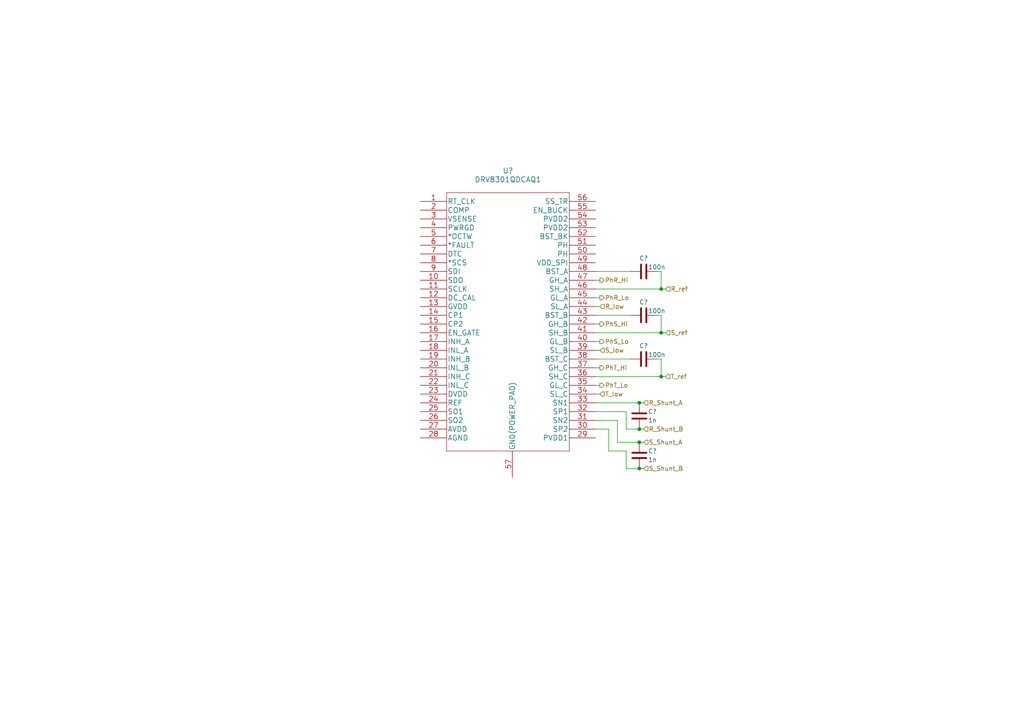
<source format=kicad_sch>
(kicad_sch (version 20211123) (generator eeschema)

  (uuid 06755332-f525-4bf0-908f-5981f2040306)

  (paper "A4")

  (title_block
    (date "2023-02-12")
    (rev "v1")
    (comment 1 "Lecturer: Prof. Hacı Bodur")
    (comment 2 "Electrical Engineering course in Yildiz Technical University")
    (comment 3 "This design is for ELM4000 class which is graduation project on")
    (comment 4 "Author: Yunus Emre AYAN")
  )

  (lib_symbols
    (symbol "Device:C" (pin_numbers hide) (pin_names (offset 0.254)) (in_bom yes) (on_board yes)
      (property "Reference" "C" (id 0) (at 0.635 2.54 0)
        (effects (font (size 1.27 1.27)) (justify left))
      )
      (property "Value" "C" (id 1) (at 0.635 -2.54 0)
        (effects (font (size 1.27 1.27)) (justify left))
      )
      (property "Footprint" "" (id 2) (at 0.9652 -3.81 0)
        (effects (font (size 1.27 1.27)) hide)
      )
      (property "Datasheet" "~" (id 3) (at 0 0 0)
        (effects (font (size 1.27 1.27)) hide)
      )
      (property "ki_keywords" "cap capacitor" (id 4) (at 0 0 0)
        (effects (font (size 1.27 1.27)) hide)
      )
      (property "ki_description" "Unpolarized capacitor" (id 5) (at 0 0 0)
        (effects (font (size 1.27 1.27)) hide)
      )
      (property "ki_fp_filters" "C_*" (id 6) (at 0 0 0)
        (effects (font (size 1.27 1.27)) hide)
      )
      (symbol "C_0_1"
        (polyline
          (pts
            (xy -2.032 -0.762)
            (xy 2.032 -0.762)
          )
          (stroke (width 0.508) (type default) (color 0 0 0 0))
          (fill (type none))
        )
        (polyline
          (pts
            (xy -2.032 0.762)
            (xy 2.032 0.762)
          )
          (stroke (width 0.508) (type default) (color 0 0 0 0))
          (fill (type none))
        )
      )
      (symbol "C_1_1"
        (pin passive line (at 0 3.81 270) (length 2.794)
          (name "~" (effects (font (size 1.27 1.27))))
          (number "1" (effects (font (size 1.27 1.27))))
        )
        (pin passive line (at 0 -3.81 90) (length 2.794)
          (name "~" (effects (font (size 1.27 1.27))))
          (number "2" (effects (font (size 1.27 1.27))))
        )
      )
    )
    (symbol "drv8301qdcaq1:DRV8301QDCAQ1" (pin_names (offset 0.254)) (in_bom yes) (on_board yes)
      (property "Reference" "U?" (id 0) (at 25.4 8.89 0)
        (effects (font (size 1.524 1.524)))
      )
      (property "Value" "DRV8301QDCAQ1" (id 1) (at 25.4 6.35 0)
        (effects (font (size 1.524 1.524)))
      )
      (property "Footprint" "DCA56_6P35X3P61_TEX" (id 2) (at 25.4 3.81 0)
        (effects (font (size 1.524 1.524)) hide)
      )
      (property "Datasheet" "" (id 3) (at 0 0 0)
        (effects (font (size 1.524 1.524)))
      )
      (property "ki_locked" "" (id 4) (at 0 0 0)
        (effects (font (size 1.27 1.27)))
      )
      (property "ki_fp_filters" "DCA56_6P35X3P61_TEX DCA56_6P35X3P61_TEX-M DCA56_6P35X3P61_TEX-L" (id 5) (at 0 0 0)
        (effects (font (size 1.27 1.27)) hide)
      )
      (symbol "DRV8301QDCAQ1_1_1"
        (polyline
          (pts
            (xy 7.62 -72.39)
            (xy 43.18 -72.39)
          )
          (stroke (width 0.127) (type default) (color 0 0 0 0))
          (fill (type none))
        )
        (polyline
          (pts
            (xy 7.62 2.54)
            (xy 7.62 -72.39)
          )
          (stroke (width 0.127) (type default) (color 0 0 0 0))
          (fill (type none))
        )
        (polyline
          (pts
            (xy 43.18 -72.39)
            (xy 43.18 2.54)
          )
          (stroke (width 0.127) (type default) (color 0 0 0 0))
          (fill (type none))
        )
        (polyline
          (pts
            (xy 43.18 2.54)
            (xy 7.62 2.54)
          )
          (stroke (width 0.127) (type default) (color 0 0 0 0))
          (fill (type none))
        )
        (pin input line (at 0 0 0) (length 7.62)
          (name "RT_CLK" (effects (font (size 1.4986 1.4986))))
          (number "1" (effects (font (size 1.4986 1.4986))))
        )
        (pin output line (at 0 -22.86 0) (length 7.62)
          (name "SDO" (effects (font (size 1.4986 1.4986))))
          (number "10" (effects (font (size 1.4986 1.4986))))
        )
        (pin input line (at 0 -25.4 0) (length 7.62)
          (name "SCLK" (effects (font (size 1.4986 1.4986))))
          (number "11" (effects (font (size 1.4986 1.4986))))
        )
        (pin input line (at 0 -27.94 0) (length 7.62)
          (name "DC_CAL" (effects (font (size 1.4986 1.4986))))
          (number "12" (effects (font (size 1.4986 1.4986))))
        )
        (pin power_in line (at 0 -30.48 0) (length 7.62)
          (name "GVDD" (effects (font (size 1.4986 1.4986))))
          (number "13" (effects (font (size 1.4986 1.4986))))
        )
        (pin power_in line (at 0 -33.02 0) (length 7.62)
          (name "CP1" (effects (font (size 1.4986 1.4986))))
          (number "14" (effects (font (size 1.4986 1.4986))))
        )
        (pin power_in line (at 0 -35.56 0) (length 7.62)
          (name "CP2" (effects (font (size 1.4986 1.4986))))
          (number "15" (effects (font (size 1.4986 1.4986))))
        )
        (pin input line (at 0 -38.1 0) (length 7.62)
          (name "EN_GATE" (effects (font (size 1.4986 1.4986))))
          (number "16" (effects (font (size 1.4986 1.4986))))
        )
        (pin input line (at 0 -40.64 0) (length 7.62)
          (name "INH_A" (effects (font (size 1.4986 1.4986))))
          (number "17" (effects (font (size 1.4986 1.4986))))
        )
        (pin input line (at 0 -43.18 0) (length 7.62)
          (name "INL_A" (effects (font (size 1.4986 1.4986))))
          (number "18" (effects (font (size 1.4986 1.4986))))
        )
        (pin input line (at 0 -45.72 0) (length 7.62)
          (name "INH_B" (effects (font (size 1.4986 1.4986))))
          (number "19" (effects (font (size 1.4986 1.4986))))
        )
        (pin output line (at 0 -2.54 0) (length 7.62)
          (name "COMP" (effects (font (size 1.4986 1.4986))))
          (number "2" (effects (font (size 1.4986 1.4986))))
        )
        (pin input line (at 0 -48.26 0) (length 7.62)
          (name "INL_B" (effects (font (size 1.4986 1.4986))))
          (number "20" (effects (font (size 1.4986 1.4986))))
        )
        (pin input line (at 0 -50.8 0) (length 7.62)
          (name "INH_C" (effects (font (size 1.4986 1.4986))))
          (number "21" (effects (font (size 1.4986 1.4986))))
        )
        (pin input line (at 0 -53.34 0) (length 7.62)
          (name "INL_C" (effects (font (size 1.4986 1.4986))))
          (number "22" (effects (font (size 1.4986 1.4986))))
        )
        (pin power_in line (at 0 -55.88 0) (length 7.62)
          (name "DVDD" (effects (font (size 1.4986 1.4986))))
          (number "23" (effects (font (size 1.4986 1.4986))))
        )
        (pin input line (at 0 -58.42 0) (length 7.62)
          (name "REF" (effects (font (size 1.4986 1.4986))))
          (number "24" (effects (font (size 1.4986 1.4986))))
        )
        (pin output line (at 0 -60.96 0) (length 7.62)
          (name "SO1" (effects (font (size 1.4986 1.4986))))
          (number "25" (effects (font (size 1.4986 1.4986))))
        )
        (pin output line (at 0 -63.5 0) (length 7.62)
          (name "SO2" (effects (font (size 1.4986 1.4986))))
          (number "26" (effects (font (size 1.4986 1.4986))))
        )
        (pin power_in line (at 0 -66.04 0) (length 7.62)
          (name "AVDD" (effects (font (size 1.4986 1.4986))))
          (number "27" (effects (font (size 1.4986 1.4986))))
        )
        (pin power_in line (at 0 -68.58 0) (length 7.62)
          (name "AGND" (effects (font (size 1.4986 1.4986))))
          (number "28" (effects (font (size 1.4986 1.4986))))
        )
        (pin power_in line (at 50.8 -68.58 180) (length 7.62)
          (name "PVDD1" (effects (font (size 1.4986 1.4986))))
          (number "29" (effects (font (size 1.4986 1.4986))))
        )
        (pin input line (at 0 -5.08 0) (length 7.62)
          (name "VSENSE" (effects (font (size 1.4986 1.4986))))
          (number "3" (effects (font (size 1.4986 1.4986))))
        )
        (pin input line (at 50.8 -66.04 180) (length 7.62)
          (name "SP2" (effects (font (size 1.4986 1.4986))))
          (number "30" (effects (font (size 1.4986 1.4986))))
        )
        (pin input line (at 50.8 -63.5 180) (length 7.62)
          (name "SN2" (effects (font (size 1.4986 1.4986))))
          (number "31" (effects (font (size 1.4986 1.4986))))
        )
        (pin input line (at 50.8 -60.96 180) (length 7.62)
          (name "SP1" (effects (font (size 1.4986 1.4986))))
          (number "32" (effects (font (size 1.4986 1.4986))))
        )
        (pin input line (at 50.8 -58.42 180) (length 7.62)
          (name "SN1" (effects (font (size 1.4986 1.4986))))
          (number "33" (effects (font (size 1.4986 1.4986))))
        )
        (pin input line (at 50.8 -55.88 180) (length 7.62)
          (name "SL_C" (effects (font (size 1.4986 1.4986))))
          (number "34" (effects (font (size 1.4986 1.4986))))
        )
        (pin output line (at 50.8 -53.34 180) (length 7.62)
          (name "GL_C" (effects (font (size 1.4986 1.4986))))
          (number "35" (effects (font (size 1.4986 1.4986))))
        )
        (pin input line (at 50.8 -50.8 180) (length 7.62)
          (name "SH_C" (effects (font (size 1.4986 1.4986))))
          (number "36" (effects (font (size 1.4986 1.4986))))
        )
        (pin output line (at 50.8 -48.26 180) (length 7.62)
          (name "GH_C" (effects (font (size 1.4986 1.4986))))
          (number "37" (effects (font (size 1.4986 1.4986))))
        )
        (pin power_in line (at 50.8 -45.72 180) (length 7.62)
          (name "BST_C" (effects (font (size 1.4986 1.4986))))
          (number "38" (effects (font (size 1.4986 1.4986))))
        )
        (pin input line (at 50.8 -43.18 180) (length 7.62)
          (name "SL_B" (effects (font (size 1.4986 1.4986))))
          (number "39" (effects (font (size 1.4986 1.4986))))
        )
        (pin input line (at 0 -7.62 0) (length 7.62)
          (name "PWRGD" (effects (font (size 1.4986 1.4986))))
          (number "4" (effects (font (size 1.4986 1.4986))))
        )
        (pin output line (at 50.8 -40.64 180) (length 7.62)
          (name "GL_B" (effects (font (size 1.4986 1.4986))))
          (number "40" (effects (font (size 1.4986 1.4986))))
        )
        (pin input line (at 50.8 -38.1 180) (length 7.62)
          (name "SH_B" (effects (font (size 1.4986 1.4986))))
          (number "41" (effects (font (size 1.4986 1.4986))))
        )
        (pin output line (at 50.8 -35.56 180) (length 7.62)
          (name "GH_B" (effects (font (size 1.4986 1.4986))))
          (number "42" (effects (font (size 1.4986 1.4986))))
        )
        (pin power_in line (at 50.8 -33.02 180) (length 7.62)
          (name "BST_B" (effects (font (size 1.4986 1.4986))))
          (number "43" (effects (font (size 1.4986 1.4986))))
        )
        (pin input line (at 50.8 -30.48 180) (length 7.62)
          (name "SL_A" (effects (font (size 1.4986 1.4986))))
          (number "44" (effects (font (size 1.4986 1.4986))))
        )
        (pin output line (at 50.8 -27.94 180) (length 7.62)
          (name "GL_A" (effects (font (size 1.4986 1.4986))))
          (number "45" (effects (font (size 1.4986 1.4986))))
        )
        (pin input line (at 50.8 -25.4 180) (length 7.62)
          (name "SH_A" (effects (font (size 1.4986 1.4986))))
          (number "46" (effects (font (size 1.4986 1.4986))))
        )
        (pin output line (at 50.8 -22.86 180) (length 7.62)
          (name "GH_A" (effects (font (size 1.4986 1.4986))))
          (number "47" (effects (font (size 1.4986 1.4986))))
        )
        (pin power_in line (at 50.8 -20.32 180) (length 7.62)
          (name "BST_A" (effects (font (size 1.4986 1.4986))))
          (number "48" (effects (font (size 1.4986 1.4986))))
        )
        (pin input line (at 50.8 -17.78 180) (length 7.62)
          (name "VDD_SPI" (effects (font (size 1.4986 1.4986))))
          (number "49" (effects (font (size 1.4986 1.4986))))
        )
        (pin output line (at 0 -10.16 0) (length 7.62)
          (name "*OCTW" (effects (font (size 1.4986 1.4986))))
          (number "5" (effects (font (size 1.4986 1.4986))))
        )
        (pin output line (at 50.8 -15.24 180) (length 7.62)
          (name "PH" (effects (font (size 1.4986 1.4986))))
          (number "50" (effects (font (size 1.4986 1.4986))))
        )
        (pin output line (at 50.8 -12.7 180) (length 7.62)
          (name "PH" (effects (font (size 1.4986 1.4986))))
          (number "51" (effects (font (size 1.4986 1.4986))))
        )
        (pin power_in line (at 50.8 -10.16 180) (length 7.62)
          (name "BST_BK" (effects (font (size 1.4986 1.4986))))
          (number "52" (effects (font (size 1.4986 1.4986))))
        )
        (pin power_in line (at 50.8 -7.62 180) (length 7.62)
          (name "PVDD2" (effects (font (size 1.4986 1.4986))))
          (number "53" (effects (font (size 1.4986 1.4986))))
        )
        (pin power_in line (at 50.8 -5.08 180) (length 7.62)
          (name "PVDD2" (effects (font (size 1.4986 1.4986))))
          (number "54" (effects (font (size 1.4986 1.4986))))
        )
        (pin input line (at 50.8 -2.54 180) (length 7.62)
          (name "EN_BUCK" (effects (font (size 1.4986 1.4986))))
          (number "55" (effects (font (size 1.4986 1.4986))))
        )
        (pin input line (at 50.8 0 180) (length 7.62)
          (name "SS_TR" (effects (font (size 1.4986 1.4986))))
          (number "56" (effects (font (size 1.4986 1.4986))))
        )
        (pin unspecified line (at 26.67 -80.01 90) (length 7.62)
          (name "GND(POWER_PAD)" (effects (font (size 1.4986 1.4986))))
          (number "57" (effects (font (size 1.4986 1.4986))))
        )
        (pin output line (at 0 -12.7 0) (length 7.62)
          (name "*FAULT" (effects (font (size 1.4986 1.4986))))
          (number "6" (effects (font (size 1.4986 1.4986))))
        )
        (pin input line (at 0 -15.24 0) (length 7.62)
          (name "DTC" (effects (font (size 1.4986 1.4986))))
          (number "7" (effects (font (size 1.4986 1.4986))))
        )
        (pin input line (at 0 -17.78 0) (length 7.62)
          (name "*SCS" (effects (font (size 1.4986 1.4986))))
          (number "8" (effects (font (size 1.4986 1.4986))))
        )
        (pin input line (at 0 -20.32 0) (length 7.62)
          (name "SDI" (effects (font (size 1.4986 1.4986))))
          (number "9" (effects (font (size 1.4986 1.4986))))
        )
      )
    )
  )

  (junction (at 191.77 96.52) (diameter 0) (color 0 0 0 0)
    (uuid 02038f02-7401-4798-9e82-9b0ccb2d1e7d)
  )
  (junction (at 191.77 83.82) (diameter 0) (color 0 0 0 0)
    (uuid 27df9f8b-3000-4a0a-aa45-424351bf2466)
  )
  (junction (at 185.42 124.46) (diameter 0) (color 0 0 0 0)
    (uuid 79749270-ed0e-445d-9745-a2a3c299d7a7)
  )
  (junction (at 185.42 135.89) (diameter 0) (color 0 0 0 0)
    (uuid 9431e7c8-a477-48ad-98ca-31512959cc64)
  )
  (junction (at 191.77 109.22) (diameter 0) (color 0 0 0 0)
    (uuid 9748120f-9a86-4acb-a5ee-627cc812ef66)
  )
  (junction (at 185.42 116.84) (diameter 0) (color 0 0 0 0)
    (uuid a0a4fdc3-4c3b-4eb0-8ac5-a50231e48a1c)
  )
  (junction (at 185.42 128.27) (diameter 0) (color 0 0 0 0)
    (uuid b36f4dc0-410f-4b78-8db0-c2dd8a2c987c)
  )

  (wire (pts (xy 181.61 135.89) (xy 185.42 135.89))
    (stroke (width 0) (type default) (color 0 0 0 0))
    (uuid 0361f7ce-27ed-4403-a4f4-8b5f2f5307ef)
  )
  (wire (pts (xy 181.61 130.81) (xy 181.61 135.89))
    (stroke (width 0) (type default) (color 0 0 0 0))
    (uuid 06a80618-f7a2-49b6-aec9-5edb9db430cb)
  )
  (wire (pts (xy 172.72 124.46) (xy 176.53 124.46))
    (stroke (width 0) (type default) (color 0 0 0 0))
    (uuid 08eba673-b07b-4012-8ba0-69d3f2a9f435)
  )
  (wire (pts (xy 191.77 83.82) (xy 193.04 83.82))
    (stroke (width 0) (type default) (color 0 0 0 0))
    (uuid 0bc2dedc-3244-4569-ae43-6246c20ae205)
  )
  (wire (pts (xy 172.72 81.28) (xy 173.99 81.28))
    (stroke (width 0) (type default) (color 0 0 0 0))
    (uuid 128ca4f1-cfc0-42ee-ae71-529b461213ab)
  )
  (wire (pts (xy 172.72 104.14) (xy 182.88 104.14))
    (stroke (width 0) (type default) (color 0 0 0 0))
    (uuid 15833288-0b9b-463d-9418-2013638c99e5)
  )
  (wire (pts (xy 190.5 78.74) (xy 191.77 78.74))
    (stroke (width 0) (type default) (color 0 0 0 0))
    (uuid 18146b6b-f142-49c6-906a-4c643fcbbc78)
  )
  (wire (pts (xy 172.72 121.92) (xy 179.07 121.92))
    (stroke (width 0) (type default) (color 0 0 0 0))
    (uuid 1f518639-9e2f-443d-a89d-6bceaa1eae5e)
  )
  (wire (pts (xy 172.72 78.74) (xy 182.88 78.74))
    (stroke (width 0) (type default) (color 0 0 0 0))
    (uuid 232a9724-f5a1-4ff4-a7fa-4ae4c5caf895)
  )
  (wire (pts (xy 172.72 106.68) (xy 173.99 106.68))
    (stroke (width 0) (type default) (color 0 0 0 0))
    (uuid 31fccbaf-a6a9-46b8-afac-b89cc68f9d20)
  )
  (wire (pts (xy 191.77 104.14) (xy 191.77 109.22))
    (stroke (width 0) (type default) (color 0 0 0 0))
    (uuid 3f2f0b69-79a4-4641-92cd-ea9fd1a15e07)
  )
  (wire (pts (xy 191.77 96.52) (xy 193.04 96.52))
    (stroke (width 0) (type default) (color 0 0 0 0))
    (uuid 50d73c0d-5e9b-4399-a8c7-6268b42254d7)
  )
  (wire (pts (xy 179.07 121.92) (xy 179.07 128.27))
    (stroke (width 0) (type default) (color 0 0 0 0))
    (uuid 51dd573f-ae6b-4ca0-a808-cfec14248b33)
  )
  (wire (pts (xy 172.72 101.6) (xy 173.99 101.6))
    (stroke (width 0) (type default) (color 0 0 0 0))
    (uuid 5c676c06-2b51-4b78-abc6-2d62474af04d)
  )
  (wire (pts (xy 172.72 88.9) (xy 173.99 88.9))
    (stroke (width 0) (type default) (color 0 0 0 0))
    (uuid 6bca33c9-6fed-408c-a1cf-f88c37e57282)
  )
  (wire (pts (xy 172.72 114.3) (xy 173.99 114.3))
    (stroke (width 0) (type default) (color 0 0 0 0))
    (uuid 7259a568-9a6f-4412-891b-2a520e976689)
  )
  (wire (pts (xy 176.53 124.46) (xy 176.53 130.81))
    (stroke (width 0) (type default) (color 0 0 0 0))
    (uuid 7974cfca-0a9d-4574-8dc3-78f42d71a15c)
  )
  (wire (pts (xy 185.42 128.27) (xy 186.69 128.27))
    (stroke (width 0) (type default) (color 0 0 0 0))
    (uuid 800b99a4-33c6-46a1-944f-c566de61a816)
  )
  (wire (pts (xy 190.5 104.14) (xy 191.77 104.14))
    (stroke (width 0) (type default) (color 0 0 0 0))
    (uuid 8aeae7ee-0c43-4126-bd3b-13bdaecafc67)
  )
  (wire (pts (xy 185.42 116.84) (xy 186.69 116.84))
    (stroke (width 0) (type default) (color 0 0 0 0))
    (uuid 8e8eeedc-a2f9-4f2a-bcdc-39d84f07a935)
  )
  (wire (pts (xy 181.61 124.46) (xy 185.42 124.46))
    (stroke (width 0) (type default) (color 0 0 0 0))
    (uuid 91a86ef2-edb8-4d3f-8f86-f0af3f79723c)
  )
  (wire (pts (xy 179.07 128.27) (xy 185.42 128.27))
    (stroke (width 0) (type default) (color 0 0 0 0))
    (uuid 92c0cb54-ead9-4083-8a73-f14820f89620)
  )
  (wire (pts (xy 172.72 91.44) (xy 182.88 91.44))
    (stroke (width 0) (type default) (color 0 0 0 0))
    (uuid 930824f3-3f55-4a6d-9894-c039e75e6f95)
  )
  (wire (pts (xy 185.42 124.46) (xy 186.69 124.46))
    (stroke (width 0) (type default) (color 0 0 0 0))
    (uuid 9ea8a95a-3e06-470e-a96e-48e037e6dbaf)
  )
  (wire (pts (xy 191.77 78.74) (xy 191.77 83.82))
    (stroke (width 0) (type default) (color 0 0 0 0))
    (uuid aa4a1274-e04e-48ad-bc3f-819fc76911b4)
  )
  (wire (pts (xy 172.72 116.84) (xy 185.42 116.84))
    (stroke (width 0) (type default) (color 0 0 0 0))
    (uuid b891478a-3080-4b4c-9526-cd4347b95153)
  )
  (wire (pts (xy 185.42 135.89) (xy 186.69 135.89))
    (stroke (width 0) (type default) (color 0 0 0 0))
    (uuid bc661083-9596-46c0-b1f5-7b8fde10267e)
  )
  (wire (pts (xy 176.53 130.81) (xy 181.61 130.81))
    (stroke (width 0) (type default) (color 0 0 0 0))
    (uuid bed00293-5b4e-42a5-a5c3-4f528eca01e1)
  )
  (wire (pts (xy 172.72 111.76) (xy 173.99 111.76))
    (stroke (width 0) (type default) (color 0 0 0 0))
    (uuid c3441056-1f35-4c51-8aeb-1977e9b82a0d)
  )
  (wire (pts (xy 172.72 93.98) (xy 173.99 93.98))
    (stroke (width 0) (type default) (color 0 0 0 0))
    (uuid c9d0df25-e1fe-48c8-84ef-31db4b249b2c)
  )
  (wire (pts (xy 172.72 119.38) (xy 181.61 119.38))
    (stroke (width 0) (type default) (color 0 0 0 0))
    (uuid ca64628a-f95e-41d1-8129-784886679975)
  )
  (wire (pts (xy 172.72 109.22) (xy 191.77 109.22))
    (stroke (width 0) (type default) (color 0 0 0 0))
    (uuid e3e5dc99-3862-4f3f-8f7b-44b355066608)
  )
  (wire (pts (xy 190.5 91.44) (xy 191.77 91.44))
    (stroke (width 0) (type default) (color 0 0 0 0))
    (uuid e49ca08d-98e5-42f0-b6eb-4a3623b2d9d4)
  )
  (wire (pts (xy 172.72 83.82) (xy 191.77 83.82))
    (stroke (width 0) (type default) (color 0 0 0 0))
    (uuid f0d12dec-900e-4aae-b291-a098df552376)
  )
  (wire (pts (xy 181.61 119.38) (xy 181.61 124.46))
    (stroke (width 0) (type default) (color 0 0 0 0))
    (uuid f32dd54e-657c-4ce4-9255-799180a7de22)
  )
  (wire (pts (xy 191.77 109.22) (xy 193.04 109.22))
    (stroke (width 0) (type default) (color 0 0 0 0))
    (uuid f4fd6006-101f-48e5-a22d-b97710f7ab76)
  )
  (wire (pts (xy 191.77 91.44) (xy 191.77 96.52))
    (stroke (width 0) (type default) (color 0 0 0 0))
    (uuid f9bfe209-a427-4fd2-be7b-f0b4459af022)
  )
  (wire (pts (xy 172.72 99.06) (xy 173.99 99.06))
    (stroke (width 0) (type default) (color 0 0 0 0))
    (uuid fc9e904a-2336-47f8-9b80-96bc20decb90)
  )
  (wire (pts (xy 172.72 96.52) (xy 191.77 96.52))
    (stroke (width 0) (type default) (color 0 0 0 0))
    (uuid fd8902ac-8923-49a3-8c05-58ec3b5cbc73)
  )
  (wire (pts (xy 172.72 86.36) (xy 173.99 86.36))
    (stroke (width 0) (type default) (color 0 0 0 0))
    (uuid ff76df58-e33b-4a55-833d-4c8c427dfff8)
  )

  (hierarchical_label "S_ref" (shape input) (at 193.04 96.52 0)
    (effects (font (size 1.27 1.27)) (justify left))
    (uuid 0548a41e-b12b-4398-9709-fa4f4b8475c6)
  )
  (hierarchical_label "R_Shunt_A" (shape input) (at 186.69 116.84 0)
    (effects (font (size 1.27 1.27)) (justify left))
    (uuid 205db780-8814-4cb3-9593-9e6902244c12)
  )
  (hierarchical_label "R_low" (shape input) (at 173.99 88.9 0)
    (effects (font (size 1.27 1.27)) (justify left))
    (uuid 34291a1e-a7f2-43b1-8039-f1293764644e)
  )
  (hierarchical_label "PhR_Hi" (shape output) (at 173.99 81.28 0)
    (effects (font (size 1.27 1.27)) (justify left))
    (uuid 49a4c620-6733-41e9-bdd4-fbf729c3ebb8)
  )
  (hierarchical_label "S_Shunt_B" (shape input) (at 186.69 135.89 0)
    (effects (font (size 1.27 1.27)) (justify left))
    (uuid 5483c8c0-c530-4f29-93c0-b04b597820db)
  )
  (hierarchical_label "S_low" (shape input) (at 173.99 101.6 0)
    (effects (font (size 1.27 1.27)) (justify left))
    (uuid 7433874d-3e94-4829-a781-d9d62941e9bd)
  )
  (hierarchical_label "PhS_Hi" (shape output) (at 173.99 93.98 0)
    (effects (font (size 1.27 1.27)) (justify left))
    (uuid 7e3b20d0-96f3-4980-90c1-a4c08968af2f)
  )
  (hierarchical_label "T_ref" (shape input) (at 193.04 109.22 0)
    (effects (font (size 1.27 1.27)) (justify left))
    (uuid 83bec02e-f376-4eef-986a-ddd3dfd986f7)
  )
  (hierarchical_label "PhT_Hi" (shape output) (at 173.99 106.68 0)
    (effects (font (size 1.27 1.27)) (justify left))
    (uuid 92d663aa-e27a-4727-8601-c55ca5b31571)
  )
  (hierarchical_label "R_ref" (shape input) (at 193.04 83.82 0)
    (effects (font (size 1.27 1.27)) (justify left))
    (uuid 94887071-8d2f-4b22-ac3f-66c71d1c3ab2)
  )
  (hierarchical_label "S_Shunt_A" (shape input) (at 186.69 128.27 0)
    (effects (font (size 1.27 1.27)) (justify left))
    (uuid 972e1aad-9fe0-4f73-a7e7-887c3936208d)
  )
  (hierarchical_label "R_Shunt_B" (shape input) (at 186.69 124.46 0)
    (effects (font (size 1.27 1.27)) (justify left))
    (uuid a10f1337-9eb0-431e-8410-93746569309e)
  )
  (hierarchical_label "PhR_Lo" (shape output) (at 173.99 86.36 0)
    (effects (font (size 1.27 1.27)) (justify left))
    (uuid ad3abd7b-f946-4261-9698-7a3a330f9fba)
  )
  (hierarchical_label "T_low" (shape input) (at 173.99 114.3 0)
    (effects (font (size 1.27 1.27)) (justify left))
    (uuid d41ca95a-546f-4d9b-9f63-ab2c0803bff5)
  )
  (hierarchical_label "PhT_Lo" (shape output) (at 173.99 111.76 0)
    (effects (font (size 1.27 1.27)) (justify left))
    (uuid d81d48e2-a7a9-46bf-80a9-658f120b0d3b)
  )
  (hierarchical_label "PhS_Lo" (shape output) (at 173.99 99.06 0)
    (effects (font (size 1.27 1.27)) (justify left))
    (uuid f7714d6b-63a6-4793-a8d0-8c576faaee99)
  )

  (symbol (lib_id "drv8301qdcaq1:DRV8301QDCAQ1") (at 121.92 58.42 0) (unit 1)
    (in_bom yes) (on_board yes)
    (uuid 146e8109-f99f-4ce4-ba5f-9c82c38dd3cd)
    (property "Reference" "U?" (id 0) (at 147.32 49.53 0)
      (effects (font (size 1.524 1.524)))
    )
    (property "Value" "DRV8301QDCAQ1" (id 1) (at 147.32 52.07 0)
      (effects (font (size 1.524 1.524)))
    )
    (property "Footprint" "DCA56_6P35X3P61_TEX" (id 2) (at 147.32 54.61 0)
      (effects (font (size 1.524 1.524)) hide)
    )
    (property "Datasheet" "" (id 3) (at 121.92 58.42 0)
      (effects (font (size 1.524 1.524)))
    )
    (pin "1" (uuid aee89462-a346-4cfc-8601-f0d26edeff5a))
    (pin "10" (uuid 9139d1e8-08c8-43a4-afe5-b417fd154aca))
    (pin "11" (uuid 52a1a02f-34dd-461f-93a8-39662ddf0e65))
    (pin "12" (uuid cc99a1be-b521-4e9d-bd6d-998e213f6e7b))
    (pin "13" (uuid f0a34569-2653-4d25-b7db-2e660f8ff8e1))
    (pin "14" (uuid 51523d0b-6806-4133-8642-d30d04aa1ceb))
    (pin "15" (uuid cfdb8740-6fa2-4867-8908-0813e2d237f7))
    (pin "16" (uuid 87186c96-77b8-4484-b54e-44d7d519b5b6))
    (pin "17" (uuid f09d99dd-6127-4d18-a021-c27f287d09c8))
    (pin "18" (uuid 8870daa8-95e7-4c97-9390-a6bcc1092e74))
    (pin "19" (uuid 58d8d70b-19c4-4bd6-80a1-8877c23c08d2))
    (pin "2" (uuid 8c14a8b3-2159-4e01-8695-a511f81e651e))
    (pin "20" (uuid 187e45df-449e-45b2-8a08-6aea83ff41b9))
    (pin "21" (uuid 379bf3fa-3924-4e87-9fc4-f2c67ea98c9b))
    (pin "22" (uuid 757cbe33-65ff-4a4b-b0e1-cd7a14abde67))
    (pin "23" (uuid f7a55791-08f5-40e2-b7c6-4e0b53057579))
    (pin "24" (uuid 0ec7d4a3-ca35-4925-be5b-e4d7ca475e7d))
    (pin "25" (uuid 68982e7c-eceb-4f51-8bb5-8c484923161d))
    (pin "26" (uuid d0e023a2-24a8-41d9-8290-87ac35b8d771))
    (pin "27" (uuid c5ad87c0-32f7-406c-a5b8-81ab1d85950d))
    (pin "28" (uuid dbc886a8-f589-43a3-a71e-8afbcf3151f5))
    (pin "29" (uuid 3870f05b-d546-4a2d-a5ff-8485c6eaca17))
    (pin "3" (uuid b35b2f6a-d1f7-4131-b403-b6185f835028))
    (pin "30" (uuid 83f82478-8847-432f-9dcb-dc2fc85caad6))
    (pin "31" (uuid 4716c0a3-ec39-4f70-8988-d650a7a19c03))
    (pin "32" (uuid 7e40e38a-82cb-48a1-9ebb-e348d2d5874d))
    (pin "33" (uuid 59413bc4-7e06-40a0-b765-b7286b270643))
    (pin "34" (uuid decf9deb-ff61-4f7d-8444-b17f83b0592f))
    (pin "35" (uuid d45dd70b-a141-44e9-8138-df20051e3bd7))
    (pin "36" (uuid 07ab39c1-1cc0-4c45-ad6b-cbd6d94ba336))
    (pin "37" (uuid 2993f10c-40fc-4fc3-a304-ea2df5c08a3b))
    (pin "38" (uuid e86ebddb-d53b-497f-a626-4b1703f11be9))
    (pin "39" (uuid bfac5a64-cc5b-4ccc-acc3-78ebc9399a8f))
    (pin "4" (uuid 28f1c640-d803-448d-b5a0-20d343f50214))
    (pin "40" (uuid 24671e95-b3be-43d4-a333-42b0b615bc6b))
    (pin "41" (uuid 1a04bc02-685a-469e-b96d-e69c3a4b2250))
    (pin "42" (uuid ca3e7bd8-9fdd-43b6-96f4-e0f7c5571ba7))
    (pin "43" (uuid bd1f7ea9-60aa-4f04-803d-8fd2f820a644))
    (pin "44" (uuid 0e8f8289-2e5d-4062-b369-ea817f619c35))
    (pin "45" (uuid 18f8a79f-289a-4cfb-b3ce-d92c2036f512))
    (pin "46" (uuid b1de3a6c-87a9-4c63-b7da-1b33f124c08c))
    (pin "47" (uuid aeaaffb9-a626-4594-97eb-abba22d9bceb))
    (pin "48" (uuid 8c61ca23-d874-4854-8064-cccfb3bfe2b1))
    (pin "49" (uuid 5ebe5ec7-5afe-44dd-a1eb-3bb979cfc71f))
    (pin "5" (uuid 11f4079e-3ef5-49fd-826c-ac4e5efa000e))
    (pin "50" (uuid 3771124f-2bb0-4349-933f-25c978bfcd3b))
    (pin "51" (uuid 0995ce2b-dd24-4750-af92-9a6219103c0f))
    (pin "52" (uuid ab648279-11d8-4c07-9d9a-ed02a75b1a3c))
    (pin "53" (uuid 8d560a0a-f06a-4546-aba5-d99fa894c85b))
    (pin "54" (uuid 49f6c07f-b8f7-4f94-8f48-eba1ee71159f))
    (pin "55" (uuid 88a5098f-7c4d-4b00-af50-7e7a5b5dccaf))
    (pin "56" (uuid 5da253ba-babe-48b8-beca-29e1634432f9))
    (pin "57" (uuid f0e80e62-805e-4c1c-8cfa-0f8a29e31d58))
    (pin "6" (uuid 981b1ac0-ad0d-4e28-9f10-137224fae340))
    (pin "7" (uuid 107ac241-1d98-4c16-8e85-3f1f86ec32da))
    (pin "8" (uuid a595d77b-4dee-4a28-8853-546987399135))
    (pin "9" (uuid 21790a8b-e790-4d79-8702-fe22c245e9f8))
  )

  (symbol (lib_id "Device:C") (at 185.42 132.08 0) (unit 1)
    (in_bom yes) (on_board yes)
    (uuid 52ec0315-da26-4ad6-8ee6-451e65098470)
    (property "Reference" "C?" (id 0) (at 187.96 130.81 0)
      (effects (font (size 1.27 1.27)) (justify left))
    )
    (property "Value" "1n" (id 1) (at 187.96 133.35 0)
      (effects (font (size 1.27 1.27)) (justify left))
    )
    (property "Footprint" "" (id 2) (at 186.3852 135.89 0)
      (effects (font (size 1.27 1.27)) hide)
    )
    (property "Datasheet" "~" (id 3) (at 185.42 132.08 0)
      (effects (font (size 1.27 1.27)) hide)
    )
    (pin "1" (uuid 544f9b2c-efea-462d-9062-e982f35d580f))
    (pin "2" (uuid e789e30e-c0d2-48da-ba96-5ca23b29a260))
  )

  (symbol (lib_id "Device:C") (at 186.69 104.14 90) (unit 1)
    (in_bom yes) (on_board yes)
    (uuid 6784ed01-0e89-4a73-ba73-a40542d131ed)
    (property "Reference" "C?" (id 0) (at 186.69 100.33 90))
    (property "Value" "100n" (id 1) (at 190.5 102.87 90))
    (property "Footprint" "" (id 2) (at 190.5 103.1748 0)
      (effects (font (size 1.27 1.27)) hide)
    )
    (property "Datasheet" "~" (id 3) (at 186.69 104.14 0)
      (effects (font (size 1.27 1.27)) hide)
    )
    (pin "1" (uuid 92ca3aae-71ce-419d-9945-542db44c5bd7))
    (pin "2" (uuid 064d7976-2a52-49bc-9c1f-2fb24e39554a))
  )

  (symbol (lib_id "Device:C") (at 186.69 91.44 90) (unit 1)
    (in_bom yes) (on_board yes)
    (uuid 8162e65c-ba18-43ca-a924-74acfe4437e0)
    (property "Reference" "C?" (id 0) (at 186.69 87.63 90))
    (property "Value" "100n" (id 1) (at 190.5 90.17 90))
    (property "Footprint" "" (id 2) (at 190.5 90.4748 0)
      (effects (font (size 1.27 1.27)) hide)
    )
    (property "Datasheet" "~" (id 3) (at 186.69 91.44 0)
      (effects (font (size 1.27 1.27)) hide)
    )
    (pin "1" (uuid 669cb3d4-802e-40f9-889f-ab4780478fb1))
    (pin "2" (uuid 177eeb07-3ddc-478a-93a6-b81e5011e785))
  )

  (symbol (lib_id "Device:C") (at 185.42 120.65 0) (unit 1)
    (in_bom yes) (on_board yes)
    (uuid e680546c-897c-4235-b12b-7ecfe108fa78)
    (property "Reference" "C?" (id 0) (at 187.96 119.38 0)
      (effects (font (size 1.27 1.27)) (justify left))
    )
    (property "Value" "1n" (id 1) (at 187.96 121.92 0)
      (effects (font (size 1.27 1.27)) (justify left))
    )
    (property "Footprint" "" (id 2) (at 186.3852 124.46 0)
      (effects (font (size 1.27 1.27)) hide)
    )
    (property "Datasheet" "~" (id 3) (at 185.42 120.65 0)
      (effects (font (size 1.27 1.27)) hide)
    )
    (pin "1" (uuid dde13a60-2473-4c1d-98fd-05aa7af2d55b))
    (pin "2" (uuid 5c492b4c-2d03-44ab-abd0-4cc8b8148e5c))
  )

  (symbol (lib_id "Device:C") (at 186.69 78.74 90) (unit 1)
    (in_bom yes) (on_board yes)
    (uuid ebef2ee5-e747-4cc9-a8c4-1e32fd2fb0a5)
    (property "Reference" "C?" (id 0) (at 186.69 74.93 90))
    (property "Value" "100n" (id 1) (at 190.5 77.47 90))
    (property "Footprint" "" (id 2) (at 190.5 77.7748 0)
      (effects (font (size 1.27 1.27)) hide)
    )
    (property "Datasheet" "~" (id 3) (at 186.69 78.74 0)
      (effects (font (size 1.27 1.27)) hide)
    )
    (pin "1" (uuid 94122e73-4f54-4a82-b6bf-8091e847376b))
    (pin "2" (uuid 8ae42480-ba60-416d-a5a0-56f238b47dd5))
  )
)

</source>
